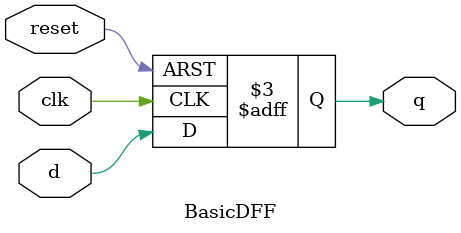
<source format=v>

module BasicDFF(
	input wire clk, reset, 
	input wire d, 
	output reg q
);

always @(posedge clk, posedge reset)
begin
	if (reset ==  1) 
		q = 0;
	else
		q = d;
end

endmodule
</source>
